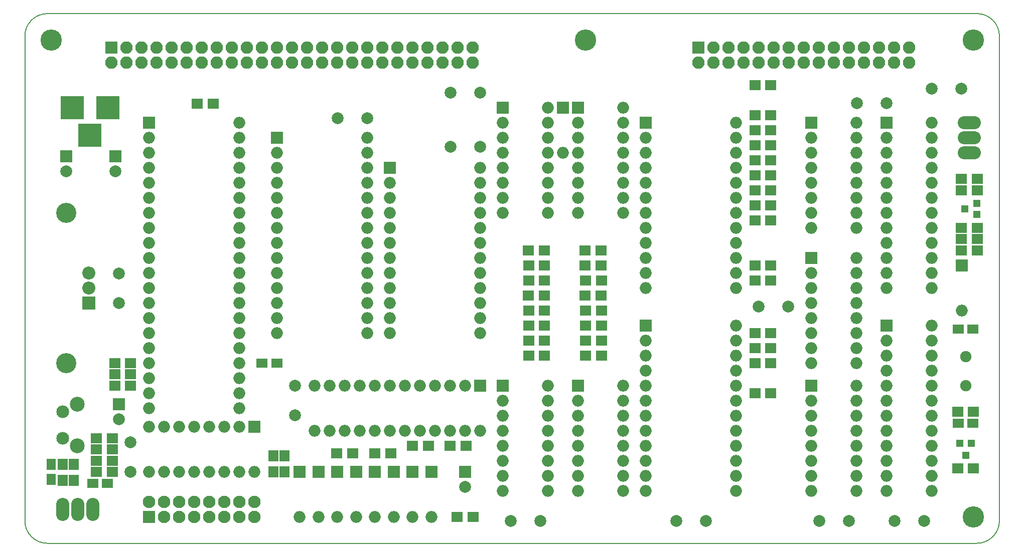
<source format=gbr>
G04 #@! TF.GenerationSoftware,KiCad,Pcbnew,(5.1.5)-3*
G04 #@! TF.CreationDate,2020-05-10T22:14:05-03:00*
G04 #@! TF.ProjectId,Jupiter-II,4a757069-7465-4722-9d49-492e6b696361,rev?*
G04 #@! TF.SameCoordinates,Original*
G04 #@! TF.FileFunction,Soldermask,Top*
G04 #@! TF.FilePolarity,Negative*
%FSLAX46Y46*%
G04 Gerber Fmt 4.6, Leading zero omitted, Abs format (unit mm)*
G04 Created by KiCad (PCBNEW (5.1.5)-3) date 2020-05-10 22:14:05*
%MOMM*%
%LPD*%
G04 APERTURE LIST*
%ADD10C,0.150000*%
%ADD11R,1.900000X1.700000*%
%ADD12R,1.300000X1.200000*%
%ADD13O,2.000000X2.000000*%
%ADD14R,2.000000X2.000000*%
%ADD15R,1.700000X1.900000*%
%ADD16R,2.100000X2.100000*%
%ADD17O,2.100000X2.100000*%
%ADD18R,1.200000X1.300000*%
%ADD19O,3.900120X2.200860*%
%ADD20C,2.000000*%
%ADD21C,3.600000*%
%ADD22C,3.400000*%
%ADD23C,2.100000*%
%ADD24C,2.500000*%
%ADD25C,2.150000*%
%ADD26C,1.900000*%
%ADD27R,3.900000X3.900000*%
%ADD28R,1.650000X1.900000*%
%ADD29R,1.900000X1.650000*%
%ADD30O,2.200860X3.900120*%
%ADD31O,2.200000X2.200000*%
%ADD32R,2.200000X2.200000*%
G04 APERTURE END LIST*
D10*
X88265000Y-134620000D02*
G75*
G02X84455000Y-130810000I0J3810000D01*
G01*
X245110000Y-45085000D02*
G75*
G02X248920000Y-48895000I0J-3810000D01*
G01*
X248920000Y-130810000D02*
G75*
G02X245110000Y-134620000I-3810000J0D01*
G01*
X84455000Y-48895000D02*
G75*
G02X88265000Y-45085000I3810000J0D01*
G01*
X84455000Y-48895000D02*
X84455000Y-130810000D01*
X245110000Y-45085000D02*
X88265000Y-45085000D01*
X248920000Y-130810000D02*
X248920000Y-48895000D01*
X88265000Y-134620000D02*
X245110000Y-134620000D01*
D11*
X242490000Y-73025000D03*
X245190000Y-73025000D03*
X245190000Y-74930000D03*
X242490000Y-74930000D03*
D12*
X245110000Y-79055000D03*
X245110000Y-77155000D03*
X243110000Y-78105000D03*
D13*
X123190000Y-122555000D03*
X105410000Y-114935000D03*
X120650000Y-122555000D03*
X107950000Y-114935000D03*
X118110000Y-122555000D03*
X110490000Y-114935000D03*
X115570000Y-122555000D03*
X113030000Y-114935000D03*
X113030000Y-122555000D03*
X115570000Y-114935000D03*
X110490000Y-122555000D03*
X118110000Y-114935000D03*
X107950000Y-122555000D03*
X120650000Y-114935000D03*
X105410000Y-122555000D03*
D14*
X123190000Y-114935000D03*
D15*
X90805000Y-121285000D03*
X90805000Y-123985000D03*
D16*
X198120000Y-50800000D03*
D17*
X198120000Y-53340000D03*
X200660000Y-50800000D03*
X200660000Y-53340000D03*
X203200000Y-50800000D03*
X203200000Y-53340000D03*
X205740000Y-50800000D03*
X205740000Y-53340000D03*
X208280000Y-50800000D03*
X208280000Y-53340000D03*
X210820000Y-50800000D03*
X210820000Y-53340000D03*
X213360000Y-50800000D03*
X213360000Y-53340000D03*
X215900000Y-50800000D03*
X215900000Y-53340000D03*
X218440000Y-50800000D03*
X218440000Y-53340000D03*
X220980000Y-50800000D03*
X220980000Y-53340000D03*
X223520000Y-50800000D03*
X223520000Y-53340000D03*
X226060000Y-50800000D03*
X226060000Y-53340000D03*
X228600000Y-50800000D03*
X228600000Y-53340000D03*
X231140000Y-50800000D03*
X231140000Y-53340000D03*
X233680000Y-50800000D03*
X233680000Y-53340000D03*
D16*
X99060000Y-50800000D03*
D17*
X99060000Y-53340000D03*
X101600000Y-50800000D03*
X101600000Y-53340000D03*
X104140000Y-50800000D03*
X104140000Y-53340000D03*
X106680000Y-50800000D03*
X106680000Y-53340000D03*
X109220000Y-50800000D03*
X109220000Y-53340000D03*
X111760000Y-50800000D03*
X111760000Y-53340000D03*
X114300000Y-50800000D03*
X114300000Y-53340000D03*
X116840000Y-50800000D03*
X116840000Y-53340000D03*
X119380000Y-50800000D03*
X119380000Y-53340000D03*
X121920000Y-50800000D03*
X121920000Y-53340000D03*
X124460000Y-50800000D03*
X124460000Y-53340000D03*
X127000000Y-50800000D03*
X127000000Y-53340000D03*
X129540000Y-50800000D03*
X129540000Y-53340000D03*
X132080000Y-50800000D03*
X132080000Y-53340000D03*
X134620000Y-50800000D03*
X134620000Y-53340000D03*
X137160000Y-50800000D03*
X137160000Y-53340000D03*
X139700000Y-50800000D03*
X139700000Y-53340000D03*
X142240000Y-50800000D03*
X142240000Y-53340000D03*
X144780000Y-50800000D03*
X144780000Y-53340000D03*
X147320000Y-50800000D03*
X147320000Y-53340000D03*
X149860000Y-50800000D03*
X149860000Y-53340000D03*
X152400000Y-50800000D03*
X152400000Y-53340000D03*
X154940000Y-50800000D03*
X154940000Y-53340000D03*
X157480000Y-50800000D03*
X157480000Y-53340000D03*
X160020000Y-50800000D03*
X160020000Y-53340000D03*
D11*
X102315000Y-106045000D03*
X99615000Y-106045000D03*
D18*
X244155000Y-117745000D03*
X242255000Y-117745000D03*
X243205000Y-119745000D03*
D11*
X210345000Y-109220000D03*
X207645000Y-109220000D03*
X207645000Y-57150000D03*
X210345000Y-57150000D03*
X160100000Y-130175000D03*
X157400000Y-130175000D03*
X143510000Y-119380000D03*
X146210000Y-119380000D03*
D19*
X243840000Y-68580000D03*
X243840000Y-66040000D03*
X243840000Y-63500000D03*
D20*
X158750000Y-125055000D03*
D14*
X158750000Y-122555000D03*
X189230000Y-63500000D03*
D13*
X204470000Y-91440000D03*
X189230000Y-66040000D03*
X204470000Y-88900000D03*
X189230000Y-68580000D03*
X204470000Y-86360000D03*
X189230000Y-71120000D03*
X204470000Y-83820000D03*
X189230000Y-73660000D03*
X204470000Y-81280000D03*
X189230000Y-76200000D03*
X204470000Y-78740000D03*
X189230000Y-78740000D03*
X204470000Y-76200000D03*
X189230000Y-81280000D03*
X204470000Y-73660000D03*
X189230000Y-83820000D03*
X204470000Y-71120000D03*
X189230000Y-86360000D03*
X204470000Y-68580000D03*
X189230000Y-88900000D03*
X204470000Y-66040000D03*
X189230000Y-91440000D03*
X204470000Y-63500000D03*
D14*
X189230000Y-97790000D03*
D13*
X204470000Y-125730000D03*
X189230000Y-100330000D03*
X204470000Y-123190000D03*
X189230000Y-102870000D03*
X204470000Y-120650000D03*
X189230000Y-105410000D03*
X204470000Y-118110000D03*
X189230000Y-107950000D03*
X204470000Y-115570000D03*
X189230000Y-110490000D03*
X204470000Y-113030000D03*
X189230000Y-113030000D03*
X204470000Y-110490000D03*
X189230000Y-115570000D03*
X204470000Y-107950000D03*
X189230000Y-118110000D03*
X204470000Y-105410000D03*
X189230000Y-120650000D03*
X204470000Y-102870000D03*
X189230000Y-123190000D03*
X204470000Y-100330000D03*
X189230000Y-125730000D03*
X204470000Y-97790000D03*
D21*
X244475000Y-130175000D03*
D14*
X153035000Y-122555000D03*
D13*
X153035000Y-130175000D03*
X149860000Y-130175000D03*
D14*
X149860000Y-122555000D03*
X146685000Y-122555000D03*
D13*
X146685000Y-130175000D03*
D14*
X140335000Y-122555000D03*
D13*
X140335000Y-130175000D03*
D14*
X133985000Y-122555000D03*
D13*
X133985000Y-130175000D03*
X130810000Y-130175000D03*
D14*
X130810000Y-122555000D03*
D13*
X143510000Y-130175000D03*
D14*
X143510000Y-122555000D03*
D13*
X137160000Y-130175000D03*
D14*
X137160000Y-122555000D03*
D22*
X91440000Y-104140000D03*
X91440000Y-78740000D03*
D13*
X120650000Y-63500000D03*
X105410000Y-111760000D03*
X120650000Y-66040000D03*
X105410000Y-109220000D03*
X120650000Y-68580000D03*
X105410000Y-106680000D03*
X120650000Y-71120000D03*
X105410000Y-104140000D03*
X120650000Y-73660000D03*
X105410000Y-101600000D03*
X120650000Y-76200000D03*
X105410000Y-99060000D03*
X120650000Y-78740000D03*
X105410000Y-96520000D03*
X120650000Y-81280000D03*
X105410000Y-93980000D03*
X120650000Y-83820000D03*
X105410000Y-91440000D03*
X120650000Y-86360000D03*
X105410000Y-88900000D03*
X120650000Y-88900000D03*
X105410000Y-86360000D03*
X120650000Y-91440000D03*
X105410000Y-83820000D03*
X120650000Y-93980000D03*
X105410000Y-81280000D03*
X120650000Y-96520000D03*
X105410000Y-78740000D03*
X120650000Y-99060000D03*
X105410000Y-76200000D03*
X120650000Y-101600000D03*
X105410000Y-73660000D03*
X120650000Y-104140000D03*
X105410000Y-71120000D03*
X120650000Y-106680000D03*
X105410000Y-68580000D03*
X120650000Y-109220000D03*
X105410000Y-66040000D03*
X120650000Y-111760000D03*
D14*
X105410000Y-63500000D03*
D11*
X99220000Y-118745000D03*
X96520000Y-118745000D03*
X96520000Y-120650000D03*
X99220000Y-120650000D03*
X99220000Y-116840000D03*
X96520000Y-116840000D03*
D14*
X217170000Y-63500000D03*
D13*
X224790000Y-81280000D03*
X217170000Y-66040000D03*
X224790000Y-78740000D03*
X217170000Y-68580000D03*
X224790000Y-76200000D03*
X217170000Y-71120000D03*
X224790000Y-73660000D03*
X217170000Y-73660000D03*
X224790000Y-71120000D03*
X217170000Y-76200000D03*
X224790000Y-68580000D03*
X217170000Y-78740000D03*
X224790000Y-66040000D03*
X217170000Y-81280000D03*
X224790000Y-63500000D03*
D15*
X128270000Y-119855000D03*
X128270000Y-122555000D03*
X126365000Y-122555000D03*
X126365000Y-119855000D03*
D23*
X123190000Y-127635000D03*
X123190000Y-130175000D03*
X120650000Y-127635000D03*
X120650000Y-130175000D03*
X118110000Y-127635000D03*
X118110000Y-130175000D03*
X115570000Y-127635000D03*
X115570000Y-130175000D03*
X113030000Y-127635000D03*
X113030000Y-130175000D03*
X110490000Y-127635000D03*
X110490000Y-130175000D03*
X107950000Y-127635000D03*
X107950000Y-130175000D03*
X105410000Y-127635000D03*
D16*
X105410000Y-130175000D03*
D20*
X102235000Y-122555000D03*
X102235000Y-117555000D03*
X100330000Y-113625000D03*
D14*
X100330000Y-111125000D03*
D24*
X93295000Y-111135000D03*
D25*
X90805000Y-112395000D03*
X90805000Y-116895000D03*
D24*
X93295000Y-118145000D03*
D11*
X207645000Y-99060000D03*
X210345000Y-99060000D03*
D26*
X243205000Y-107950000D03*
X243205000Y-103050000D03*
D27*
X95425000Y-65660000D03*
X92425000Y-60960000D03*
X98425000Y-60960000D03*
D11*
X99615000Y-104140000D03*
X102315000Y-104140000D03*
D14*
X217170000Y-86360000D03*
D13*
X224790000Y-104140000D03*
X217170000Y-88900000D03*
X224790000Y-101600000D03*
X217170000Y-91440000D03*
X224790000Y-99060000D03*
X217170000Y-93980000D03*
X224790000Y-96520000D03*
X217170000Y-96520000D03*
X224790000Y-93980000D03*
X217170000Y-99060000D03*
X224790000Y-91440000D03*
X217170000Y-101600000D03*
X224790000Y-88900000D03*
X217170000Y-104140000D03*
X224790000Y-86360000D03*
D20*
X213280000Y-94615000D03*
X208280000Y-94615000D03*
X171450000Y-130810000D03*
X166450000Y-130810000D03*
D11*
X179070000Y-95250000D03*
X181770000Y-95250000D03*
X181770000Y-97790000D03*
X179070000Y-97790000D03*
X179070000Y-100330000D03*
X181770000Y-100330000D03*
X172165000Y-100330000D03*
X169465000Y-100330000D03*
X172165000Y-95250000D03*
X169465000Y-95250000D03*
X181770000Y-102870000D03*
X179070000Y-102870000D03*
X169465000Y-102870000D03*
X172165000Y-102870000D03*
X169465000Y-97790000D03*
X172165000Y-97790000D03*
X156210000Y-118110000D03*
X158910000Y-118110000D03*
X241855000Y-121920000D03*
X244555000Y-121920000D03*
D13*
X224790000Y-107950000D03*
X217170000Y-125730000D03*
X224790000Y-110490000D03*
X217170000Y-123190000D03*
X224790000Y-113030000D03*
X217170000Y-120650000D03*
X224790000Y-115570000D03*
X217170000Y-118110000D03*
X224790000Y-118110000D03*
X217170000Y-115570000D03*
X224790000Y-120650000D03*
X217170000Y-113030000D03*
X224790000Y-123190000D03*
X217170000Y-110490000D03*
X224790000Y-125730000D03*
D14*
X217170000Y-107950000D03*
X177800000Y-107950000D03*
D13*
X185420000Y-125730000D03*
X177800000Y-110490000D03*
X185420000Y-123190000D03*
X177800000Y-113030000D03*
X185420000Y-120650000D03*
X177800000Y-115570000D03*
X185420000Y-118110000D03*
X177800000Y-118110000D03*
X185420000Y-115570000D03*
X177800000Y-120650000D03*
X185420000Y-113030000D03*
X177800000Y-123190000D03*
X185420000Y-110490000D03*
X177800000Y-125730000D03*
X185420000Y-107950000D03*
D14*
X229870000Y-97790000D03*
D13*
X237490000Y-125730000D03*
X229870000Y-100330000D03*
X237490000Y-123190000D03*
X229870000Y-102870000D03*
X237490000Y-120650000D03*
X229870000Y-105410000D03*
X237490000Y-118110000D03*
X229870000Y-107950000D03*
X237490000Y-115570000D03*
X229870000Y-110490000D03*
X237490000Y-113030000D03*
X229870000Y-113030000D03*
X237490000Y-110490000D03*
X229870000Y-115570000D03*
X237490000Y-107950000D03*
X229870000Y-118110000D03*
X237490000Y-105410000D03*
X229870000Y-120650000D03*
X237490000Y-102870000D03*
X229870000Y-123190000D03*
X237490000Y-100330000D03*
X229870000Y-125730000D03*
X237490000Y-97790000D03*
D14*
X165100000Y-107950000D03*
D13*
X172720000Y-125730000D03*
X165100000Y-110490000D03*
X172720000Y-123190000D03*
X165100000Y-113030000D03*
X172720000Y-120650000D03*
X165100000Y-115570000D03*
X172720000Y-118110000D03*
X165100000Y-118110000D03*
X172720000Y-115570000D03*
X165100000Y-120650000D03*
X172720000Y-113030000D03*
X165100000Y-123190000D03*
X172720000Y-110490000D03*
X165100000Y-125730000D03*
X172720000Y-107950000D03*
D28*
X88900000Y-123785000D03*
X88900000Y-121285000D03*
D29*
X98405000Y-124460000D03*
X95905000Y-124460000D03*
D11*
X99615000Y-107950000D03*
X102315000Y-107950000D03*
D15*
X92710000Y-121285000D03*
X92710000Y-123985000D03*
D11*
X139780000Y-119380000D03*
X137080000Y-119380000D03*
X96520000Y-122555000D03*
X99220000Y-122555000D03*
D30*
X90805000Y-128905000D03*
X93345000Y-128905000D03*
X95885000Y-128905000D03*
D13*
X161290000Y-115570000D03*
X133350000Y-107950000D03*
X158750000Y-115570000D03*
X135890000Y-107950000D03*
X156210000Y-115570000D03*
X138430000Y-107950000D03*
X153670000Y-115570000D03*
X140970000Y-107950000D03*
X151130000Y-115570000D03*
X143510000Y-107950000D03*
X148590000Y-115570000D03*
X146050000Y-107950000D03*
X146050000Y-115570000D03*
X148590000Y-107950000D03*
X143510000Y-115570000D03*
X151130000Y-107950000D03*
X140970000Y-115570000D03*
X153670000Y-107950000D03*
X138430000Y-115570000D03*
X156210000Y-107950000D03*
X135890000Y-115570000D03*
X158750000Y-107950000D03*
X133350000Y-115570000D03*
D14*
X161290000Y-107950000D03*
D29*
X241955000Y-98425000D03*
X244455000Y-98425000D03*
D13*
X142240000Y-66040000D03*
X127000000Y-99060000D03*
X142240000Y-68580000D03*
X127000000Y-96520000D03*
X142240000Y-71120000D03*
X127000000Y-93980000D03*
X142240000Y-73660000D03*
X127000000Y-91440000D03*
X142240000Y-76200000D03*
X127000000Y-88900000D03*
X142240000Y-78740000D03*
X127000000Y-86360000D03*
X142240000Y-81280000D03*
X127000000Y-83820000D03*
X142240000Y-83820000D03*
X127000000Y-81280000D03*
X142240000Y-86360000D03*
X127000000Y-78740000D03*
X142240000Y-88900000D03*
X127000000Y-76200000D03*
X142240000Y-91440000D03*
X127000000Y-73660000D03*
X142240000Y-93980000D03*
X127000000Y-71120000D03*
X142240000Y-96520000D03*
X127000000Y-68580000D03*
X142240000Y-99060000D03*
D14*
X127000000Y-66040000D03*
D11*
X152560000Y-118110000D03*
X149860000Y-118110000D03*
D13*
X161290000Y-71120000D03*
X146050000Y-99060000D03*
X161290000Y-73660000D03*
X146050000Y-96520000D03*
X161290000Y-76200000D03*
X146050000Y-93980000D03*
X161290000Y-78740000D03*
X146050000Y-91440000D03*
X161290000Y-81280000D03*
X146050000Y-88900000D03*
X161290000Y-83820000D03*
X146050000Y-86360000D03*
X161290000Y-86360000D03*
X146050000Y-83820000D03*
X161290000Y-88900000D03*
X146050000Y-81280000D03*
X161290000Y-91440000D03*
X146050000Y-78740000D03*
X161290000Y-93980000D03*
X146050000Y-76200000D03*
X161290000Y-96520000D03*
X146050000Y-73660000D03*
X161290000Y-99060000D03*
D14*
X146050000Y-71120000D03*
D20*
X100330000Y-88980000D03*
X100330000Y-93980000D03*
X142240000Y-62738000D03*
X137240000Y-62738000D03*
X161290000Y-67564000D03*
X156290000Y-67564000D03*
X130048000Y-107950000D03*
X130048000Y-112950000D03*
X99695000Y-71715000D03*
D14*
X99695000Y-69215000D03*
D20*
X91440000Y-71715000D03*
D14*
X91440000Y-69215000D03*
D20*
X218520000Y-130810000D03*
X223520000Y-130810000D03*
X199390000Y-130810000D03*
X194390000Y-130810000D03*
X156290000Y-58420000D03*
X161290000Y-58420000D03*
X231220000Y-130810000D03*
X236220000Y-130810000D03*
X237490000Y-57785000D03*
X242490000Y-57785000D03*
X229870000Y-60198000D03*
X224870000Y-60198000D03*
D14*
X175260000Y-60960000D03*
D13*
X175260000Y-68580000D03*
X242570000Y-95250000D03*
D14*
X242570000Y-87630000D03*
D31*
X95250000Y-88900000D03*
X95250000Y-91440000D03*
D32*
X95250000Y-93980000D03*
D14*
X177800000Y-60960000D03*
D13*
X185420000Y-78740000D03*
X177800000Y-63500000D03*
X185420000Y-76200000D03*
X177800000Y-66040000D03*
X185420000Y-73660000D03*
X177800000Y-68580000D03*
X185420000Y-71120000D03*
X177800000Y-71120000D03*
X185420000Y-68580000D03*
X177800000Y-73660000D03*
X185420000Y-66040000D03*
X177800000Y-76200000D03*
X185420000Y-63500000D03*
X177800000Y-78740000D03*
X185420000Y-60960000D03*
X172720000Y-60960000D03*
X165100000Y-78740000D03*
X172720000Y-63500000D03*
X165100000Y-76200000D03*
X172720000Y-66040000D03*
X165100000Y-73660000D03*
X172720000Y-68580000D03*
X165100000Y-71120000D03*
X172720000Y-71120000D03*
X165100000Y-68580000D03*
X172720000Y-73660000D03*
X165100000Y-66040000D03*
X172720000Y-76200000D03*
X165100000Y-63500000D03*
X172720000Y-78740000D03*
D14*
X165100000Y-60960000D03*
X229870000Y-63500000D03*
D13*
X237490000Y-91440000D03*
X229870000Y-66040000D03*
X237490000Y-88900000D03*
X229870000Y-68580000D03*
X237490000Y-86360000D03*
X229870000Y-71120000D03*
X237490000Y-83820000D03*
X229870000Y-73660000D03*
X237490000Y-81280000D03*
X229870000Y-76200000D03*
X237490000Y-78740000D03*
X229870000Y-78740000D03*
X237490000Y-76200000D03*
X229870000Y-81280000D03*
X237490000Y-73660000D03*
X229870000Y-83820000D03*
X237490000Y-71120000D03*
X229870000Y-86360000D03*
X237490000Y-68580000D03*
X229870000Y-88900000D03*
X237490000Y-66040000D03*
X229870000Y-91440000D03*
X237490000Y-63500000D03*
D29*
X126980000Y-104140000D03*
X124480000Y-104140000D03*
X241955000Y-114300000D03*
X244455000Y-114300000D03*
D21*
X88900000Y-49530000D03*
X179070000Y-49530000D03*
X244475000Y-49530000D03*
D11*
X113505000Y-60325000D03*
X116205000Y-60325000D03*
X181690000Y-85090000D03*
X178990000Y-85090000D03*
X178990000Y-87630000D03*
X181690000Y-87630000D03*
X179070000Y-90170000D03*
X181770000Y-90170000D03*
X181690000Y-92710000D03*
X178990000Y-92710000D03*
X169385000Y-92710000D03*
X172085000Y-92710000D03*
X172165000Y-90170000D03*
X169465000Y-90170000D03*
X169465000Y-87630000D03*
X172165000Y-87630000D03*
X172085000Y-85090000D03*
X169385000Y-85090000D03*
X207645000Y-104140000D03*
X210345000Y-104140000D03*
X210345000Y-101600000D03*
X207645000Y-101600000D03*
X207645000Y-80010000D03*
X210345000Y-80010000D03*
X210345000Y-77470000D03*
X207645000Y-77470000D03*
X207645000Y-74930000D03*
X210345000Y-74930000D03*
X210345000Y-72390000D03*
X207645000Y-72390000D03*
X207645000Y-69850000D03*
X210345000Y-69850000D03*
X210345000Y-67310000D03*
X207645000Y-67310000D03*
X207645000Y-64770000D03*
X210345000Y-64770000D03*
X207645000Y-62230000D03*
X210345000Y-62230000D03*
X207645000Y-90170000D03*
X210345000Y-90170000D03*
X210345000Y-87630000D03*
X207645000Y-87630000D03*
X245190000Y-81280000D03*
X242490000Y-81280000D03*
X242490000Y-85090000D03*
X245190000Y-85090000D03*
X242490000Y-83185000D03*
X245190000Y-83185000D03*
X244555000Y-112395000D03*
X241855000Y-112395000D03*
M02*

</source>
